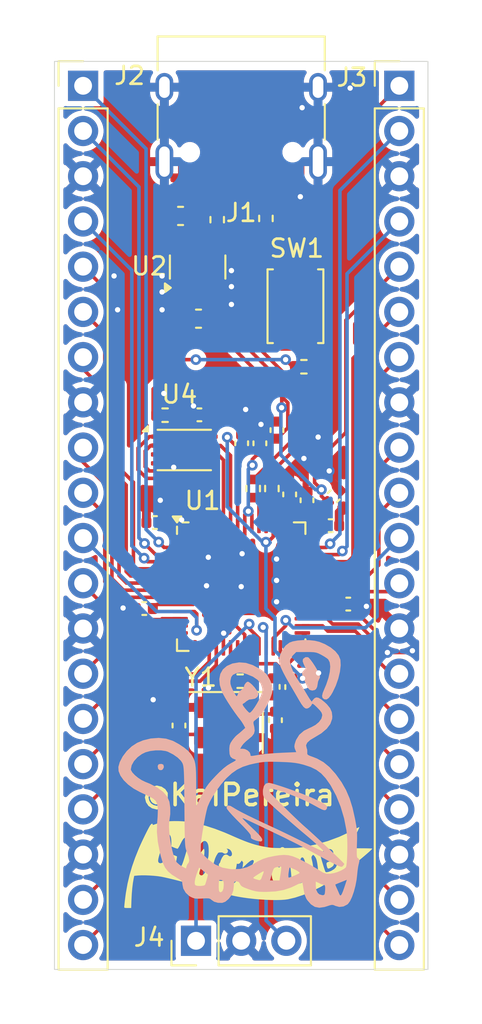
<source format=kicad_pcb>
(kicad_pcb (version 20241229) (generator "pcbnew") (generator_version "9.0")
  (layers (0 "F.Cu" signal) (2 "B.Cu" signal) (13 "F.Paste" user) (15 "B.Paste" user) (5 "F.SilkS" user "F.Silkscreen") (7 "B.SilkS" user "B.Silkscreen") (1 "F.Mask" user) (3 "B.Mask" user) (25 "Edge.Cuts" user))
  (net 0 "")
  (net 1 "GND")
  (net 2 "+3V3")
  (net 3 "+1V1")
  (net 4 "VBUS")
  (net 5 "XIN")
  (net 6 "Net-(C16-Pad2)")
  (net 7 "Net-(J1-CC1)")
  (net 8 "Net-(J1-CC2)")
  (net 9 "GPIO12")
  (net 10 "GPIO6")
  (net 11 "GPIO11")
  (net 12 "GPIO8")
  (net 13 "GPIO1")
  (net 14 "GPIO13")
  (net 15 "GPIO3")
  (net 16 "GPIO5")
  (net 17 "GPIO0")
  (net 18 "GPIO9")
  (net 19 "GPIO2")
  (net 20 "GPIO10")
  (net 21 "GPIO7")
  (net 22 "GPIO4")
  (net 23 "GPIO15")
  (net 24 "GPIO14")
  (net 25 "GPIO29_ADC3")
  (net 26 "GPIO18")
  (net 27 "SWCLK")
  (net 28 "GPIO27_ADC1")
  (net 29 "GPIO28_ADC2")
  (net 30 "GPIO26_ADC0")
  (net 31 "GPIO19")
  (net 32 "GPIO21")
  (net 33 "GPIO17")
  (net 34 "GPIO22")
  (net 35 "GPIO16")
  (net 36 "GPIO20")
  (net 37 "RUN")
  (net 39 "GPIO23")
  (net 40 "GPIO24")
  (net 41 "SWD")
  (net 42 "Net-(U1-USB_DP)")
  (net 43 "Net-(U1-USB_DM)")
  (net 44 "XOUT")
  (net 45 "QSPI_SS")
  (net 46 "Net-(R6-Pad2)")
  (net 47 "QSPI_SCLK")
  (net 48 "QSPI_SD2")
  (net 49 "QSPI_SD1")
  (net 50 "QSPI_SD0")
  (net 51 "QSPI_SD3")
  (net 52 "USB_D+")
  (net 53 "USB_D-")
  (footprint "Capacitor_SMD:C_0402_1005Metric" (layer "F.Cu") (at 154.425 103.55 90)
    (property "Reference" "C6" (hide yes))
    (property "Value" "0.1uF")
  )
  (footprint "Capacitor_SMD:C_0402_1005Metric" (layer "F.Cu") (at 157.075 106.75 90)
    (property "Reference" "C5" (hide yes))
    (property "Value" "0.1uF")
  )
  (footprint "Capacitor_SMD:C_0603_1608Metric" (layer "F.Cu") (at 149.965 90.78 180)
    (property "Reference" "C13" (hide yes))
    (property "Value" "10uF")
  )
  (footprint "Capacitor_SMD:C_0402_1005Metric" (layer "F.Cu") (at 148.525 108 180)
    (property "Reference" "C4" (hide yes))
    (property "Value" "0.1uF")
  )
  (footprint "Capacitor_SMD:C_0402_1005Metric" (layer "F.Cu") (at 155.175 117.23 -90)
    (property "Reference" "C2" (hide yes))
    (property "Value" "0.1uF")
  )
  (footprint "Crystal:Crystal_SMD_3225-4Pin_3.2x2.5mm" (layer "F.Cu") (at 152.525 119.23 180)
    (property "Reference" "Y1")
    (property "Value" "12 MHz")
  )
  (footprint "Capacitor_SMD:C_0402_1005Metric" (layer "F.Cu") (at 158.575 106.525 45)
    (property "Reference" "C1" (hide yes))
    (property "Value" "1uF")
  )
  (footprint "Capacitor_SMD:C_0402_1005Metric" (layer "F.Cu") (at 155.385 102.81 90)
    (property "Reference" "C7" (hide yes))
    (property "Value" "0.1uF")
  )
  (footprint "Resistor_SMD:R_0402_1005Metric" (layer "F.Cu") (at 149.095 101.97)
    (property "Reference" "R7" (hide yes))
    (property "Value" "10K")
  )
  (footprint "Capacitor_SMD:C_0402_1005Metric" (layer "F.Cu") (at 149.875 119.4 -90)
    (property "Reference" "C15" (hide yes))
    (property "Value" "33pF")
  )
  (footprint "Resistor_SMD:R_0402_1005Metric" (layer "F.Cu") (at 156.9 99.25)
    (property "Reference" "R6" (hide yes))
    (property "Value" "1K")
  )
  (footprint "Capacitor_SMD:C_0402_1005Metric" (layer "F.Cu") (at 156.1 106.42 90)
    (property "Reference" "C11" (hide yes))
    (property "Value" "0.1uF")
  )
  (footprint "Capacitor_SMD:C_0402_1005Metric" (layer "F.Cu") (at 156.215 117.24 -90)
    (property "Reference" "C10" (hide yes))
    (property "Value" "1uF")
  )
  (footprint "LOGO" (layer "F.Cu") (at 153.8 127.2)
    (property "Reference" "G***")
    (property "Value" "LOGO" (hide yes))
  )
  (footprint "Button_Switch_SMD:SW_Push_SPST_NO_Alps_SKRK" (layer "F.Cu") (at 156.425 95.85 -90)
    (property "Reference" "SW1")
    (property "Value" "SW_Push")
  )
  (footprint "Connector_PinHeader_2.54mm:PinHeader_1x03_P2.54mm_Vertical" (layer "F.Cu") (at 150.835 131.49 90)
    (property "Reference" "J4")
    (property "Value" "Conn_01x03")
  )
  (footprint "Resistor_SMD:R_0402_1005Metric" (layer "F.Cu") (at 153.315 116.91 180)
    (property "Reference" "R5" (hide yes))
    (property "Value" "1K")
  )
  (footprint "Capacitor_SMD:C_0603_1608Metric" (layer "F.Cu") (at 150.975 96.55 180)
    (property "Reference" "C14" (hide yes))
    (property "Value" "10uF")
  )
  (footprint "Resistor_SMD:R_0402_1005Metric" (layer "F.Cu") (at 154.765 90.92 -90)
    (property "Reference" "R2" (hide yes))
    (property "Value" "5.1K")
  )
  (footprint "Resistor_SMD:R_0402_1005Metric" (layer "F.Cu") (at 154.05 106.09 -90)
    (property "Reference" "R3" (hide yes))
    (property "Value" "27" (hide yes))
  )
  (footprint "Package_DFN_QFN:QFN-56-1EP_7x7mm_P0.4mm_EP3.2x3.2mm" (layer "F.Cu") (at 153.375 111.6)
    (property "Reference" "U1")
    (property "Value" "RP2040")
  )
  (footprint "Connector_USB:USB_C_Receptacle_HRO_TYPE-C-31-M-12" (layer "F.Cu") (at 153.375 84.6 180)
    (property "Reference" "J1")
    (property "Value" "USB_C_Receptacle_USB2.0_14P")
  )
  (footprint "Capacitor_SMD:C_0402_1005Metric" (layer "F.Cu") (at 155.3 119.1 90)
    (property "Reference" "C16" (hide yes))
    (property "Value" "33pF")
  )
  (footprint "Capacitor_SMD:C_0402_1005Metric" (layer "F.Cu") (at 159.395 112.58)
    (property "Reference" "C9" (hide yes))
    (property "Value" "0.1uF")
  )
  (footprint "Connector_PinHeader_2.54mm:PinHeader_1x20_P2.54mm_Vertical" (layer "F.Cu") (at 162.265 83.47)
    (property "Reference" "J3")
    (property "Value" "Conn_01x20")
  )
  (footprint "Resistor_SMD:R_0402_1005Metric" (layer "F.Cu") (at 152.025 90.99 -90)
    (property "Reference" "R1" (hide yes))
    (property "Value" "5.1K")
  )
  (footprint "Capacitor_SMD:C_0402_1005Metric" (layer "F.Cu") (at 153.4 103.545 90)
    (property "Reference" "C12" (hide yes))
    (property "Value" "0.1uF")
  )
  (footprint "Capacitor_SMD:C_0402_1005Metric" (layer "F.Cu") (at 158.405 108.175)
    (property "Reference" "C8" (hide yes))
    (property "Value" "0.1uF")
  )
  (footprint "Resistor_SMD:R_0402_1005Metric" (layer "F.Cu") (at 155.1 106.09 -90)
    (property "Reference" "R4" (hide yes))
    (property "Value" "27")
  )
  (footprint "Capacitor_SMD:C_0402_1005Metric" (layer "F.Cu") (at 151.025 101.95 180)
    (property "Reference" "C17" (hide yes))
    (property "Value" "0.1uF")
  )
  (footprint "Connector_PinHeader_2.54mm:PinHeader_1x20_P2.54mm_Vertical" (layer "F.Cu") (at 144.485 83.47)
    (property "Reference" "J2")
    (property "Value" "Conn_01x20")
  )
  (footprint "Package_TO_SOT_SMD:SOT-23" (layer "F.Cu") (at 150.925 93.65 90)
    (property "Reference" "U2")
    (property "Value" "MCP1700x-330xxTT")
  )
  (footprint "Capacitor_SMD:C_0402_1005Metric" (layer "F.Cu") (at 147.925 112.83 180)
    (property "Reference" "C3" (hide yes))
    (property "Value" "0.1uF")
  )
  (footprint "Package_SON:Winbond_USON-8-1EP_3x2mm_P0.5mm_EP0.2x1.6mm" (layer "F.Cu") (at 150.175 103.925)
    (property "Reference" "U4")
    (property "Value" "W25Q16JVUXIQ TR")
  )
  (footprint "LOGO" (layer "B.Cu") (at 153.3 122.1 180)
    (property "Reference" "G***" (hide yes))
    (property "Value" "LOGO" (hide yes))
  )
  (gr_rect (start 142.875 82.1) (end 163.875 133.1) (stroke (width 0.05)) (fill no) (layer "Edge.Cuts"))
  (gr_text "@KaiPereira" (at 147.7 124 0) (layer "F.SilkS") (effects (font (size 1.2 1.2) (thickness 0.2) (bold yes)) (justify left bottom)))
  (segment (start 154.425 102.548472) (end 154.486736 102.486736) (width 0.2) (layer "F.Cu") (net 1))
  (segment (start 158.885 107.115) (end 158.885 108.175) (width 0.2) (layer "F.Cu") (net 1))
  (segment (start 162.9 115.3) (end 163 115.2) (width 0.2) (layer "F.Cu") (net 1))
  (segment (start 156.1 105.2) (end 156.9 104.4) (width 0.2) (layer "F.Cu") (net 1))
  (segment (start 156.43 106.27) (end 156.1 105.94) (width 0.2) (layer "F.Cu") (net 1))
  (segment (start 146.763008 112.83) (end 146.733008 112.8) (width 0.2) (layer "F.Cu") (net 1))
  (segment (start 156.625 88.645) (end 156.625 89.625) (width 0.2) (layer "F.Cu") (net 1))
  (segment (start 150.545 101.595446) (end 150.690446 101.45) (width 0.2) (layer "F.Cu") (net 1))
  (segment (start 154.425 103.07) (end 154.425 102.548472) (width 0.2) (layer "F.Cu") (net 1))
  (segment (start 148.045 107.53) (end 148.825 106.75) (width 0.2) (layer "F.Cu") (net 1))
  (segment (start 152.375 114.227581) (end 152.375 115.0375) (width 0.2) (layer "F.Cu") (net 1))
  (segment (start 155.185 117.72) (end 155.175 117.71) (width 0.2) (layer "F.Cu") (net 1))
  (segment (start 155.385 102.33) (end 155.165 102.33) (width 0.2) (layer "F.Cu") (net 1))
  (segment (start 159.875 112.58) (end 160.288559 112.58) (width 0.2) (layer "F.Cu") (net 1))
  (segment (start 158.914411 105.689411) (end 158.325 105.1) (width 0.2) (layer "F.Cu") (net 1))
  (segment (start 158.914411 106.185589) (end 158.914411 107.085589) (width 0.2) (layer "F.Cu") (net 1))
  (segment (start 148.045 108) (end 148.045 107.53) (width 0.2) (layer "F.Cu") (net 1))
  (segment (start 158.914411 107.085589) (end 158.885 107.115) (width 0.2) (layer "F.Cu") (net 1))
  (segment (start 157.075 104.575) (end 156.9 104.4) (width 0.2) (layer "F.Cu") (net 1))
  (segment (start 156.215 117.72) (end 155.185 117.72) (width 0.2) (layer "F.Cu") (net 1))
  (segment (start 155.165 102.33) (end 154.425 103.07) (width 0.2) (layer "F.Cu") (net 1))
  (segment (start 157.075 106.27) (end 156.43 106.27) (width 0.2) (layer "F.Cu") (net 1))
  (segment (start 154.425 103.07) (end 153.405 103.07) (width 0.2) (layer "F.Cu") (net 1))
  (segment (start 152.387649 114.214932) (end 152.375 114.227581) (width 0.2) (layer "F.Cu") (net 1))
  (segment (start 151.425 117.398527) (end 151.535 117.288527) (width 0.2) (layer "F.Cu") (net 1))
  (segment (start 160.288559 112.58) (end 160.415 112.706441) (width 0.2) (layer "F.Cu") (net 1))
  (segment (start 150.545 101.95) (end 150.545 101.595446) (width 0.2) (layer "F.Cu") (net 1))
  (segment (start 148.75 104.675) (end 149.35853 104.675) (width 0.2) (layer "F.Cu") (net 1))
  (segment (start 158.914411 106.185589) (end 158.914411 105.689411) (width 0.2) (layer "F.Cu") (net 1))
  (segment (start 153.405 103.07) (end 153.4 103.065) (width 0.2) (layer "F.Cu") (net 1))
  (segment (start 156.1 105.94) (end 156.1 105.2) (width 0.2) (layer "F.Cu") (net 1))
  (segment (start 162.265 113.95) (end 162.265 114.63) (width 0.2) (layer "F.Cu") (net 1))
  (segment (start 157.075 106.27) (end 157.075 104.575) (width 0.2) (layer "F.Cu") (net 1))
  (segment (start 161.595 115.3) (end 162.9 115.3) (width 0.2) (layer "F.Cu") (net 1))
  (segment (start 147.445 112.83) (end 146.763008 112.83) (width 0.2) (layer "F.Cu") (net 1))
  (segment (start 149.35853 104.675) (end 149.579265 104.895735) (width 0.2) (layer "F.Cu") (net 1))
  (segment (start 156.625 89.625) (end 156.7 89.7) (width 0.2) (layer "F.Cu") (net 1))
  (via (at 156.8 84.7) (size 0.6) (drill 0.3) (layers "F.Cu" "B.Cu") (net 1))
  (via (at 146.225 94.15) (size 0.6) (drill 0.3) (layers "F.Cu" "B.Cu") (net 1))
  (via (at 155.363561 112.45) (size 0.6) (drill 0.3) (layers "F.Cu" "B.Cu") (net 1))
  (via (at 151.535 117.288527) (size 0.6) (drill 0.3) (layers "F.Cu" "B.Cu") (net 1))
  (via (at 158.325 105.1) (size 0.6) (drill 0.3) (layers "F.Cu" "B.Cu") (net 1))
  (via (at 150.025 107.85) (size 0.6) (drill 0.3) (layers "F.Cu" "B.Cu") (net 1))
  (via (at 155.363561 111.25) (size 0.6) (drill 0.3) (layers "F.Cu" "B.Cu") (net 1))
  (via (at 153.625 101.65) (size 0.6) (drill 0.3) (layers "F.Cu" "B.Cu") (net 1))
  (via (at 148.825 106.75) (size 0.6) (drill 0.3) (layers "F.Cu" "B.Cu") (net 1))
  (via (at 157.725 116.45) (size 0.6) (drill 0.3) (layers "F.Cu" "B.Cu") (net 1))
  (via (at 160.415 112.706441) (size 0.6) (drill 0.3) (layers "F.Cu" "B.Cu") (net 1))
  (via (at 157.7 103.2) (size 0.6) (drill 0.3) (layers "F.Cu" "B.Cu") (net 1))
  (via (at 153.425 109.75) (size 0.6) (drill 0.3) (layers "F.Cu" "B.Cu") (net 1))
  (via (at 148.925 96.05) (size 0.6) (drill 0.3) (layers "F.Cu" "B.Cu") (net 1))
  (via (at 146.425 96.05) (size 0.6) (drill 0.3) (layers "F.Cu" "B.Cu") (net 1))
  (via (at 151.525 109.95) (size 0.6) (drill 0.3) (layers "F.Cu" "B.Cu") (net 1))
  (via (at 152.825 93.85) (size 0.6) (drill 0.3) (layers "F.Cu" "B.Cu") (net 1))
  (via (at 156.7 89.7) (size 0.6) (drill 0.3) (layers "F.Cu" "B.Cu") (net 1))
  (via (at 148.425 117.95) (size 0.6) (drill 0.3) (layers "F.Cu" "B.Cu") (net 1))
  (via (at 156.9 104.4) (size 0.6) (drill 0.3) (layers "F.Cu" "B.Cu") (net 1))
  (via (at 153.375 111.6) (size 0.6) (drill 0.3) (layers "F.Cu" "B.Cu") (net 1))
  (via (at 159.5 83.6) (size 0.6) (drill 0.3) (layers "F.Cu" "B.Cu") (net 1))
  (via (at 150.690446 101.45) (size 0.6) (drill 0.3) (layers "F.Cu" "B.Cu") (net 1))
  (via (at 152.825 95.75) (size 0.6) (drill 0.3) (layers "F.Cu" "B.Cu") (net 1))
  (via (at 154.486736 102.486736) (size 0.6) (drill 0.3) (layers "F.Cu" "B.Cu") (net 1))
  (via (at 148.925 94.15) (size 0.6) (drill 0.3) (layers "F.Cu" "B.Cu") (net 1))
  (via (at 152.387649 114.214932) (size 0.6) (drill 0.3) (layers "F.Cu" "B.Cu") (net 1))
  (via (at 149.025 100.75) (size 0.6) (drill 0.3) (layers "F.Cu" "B.Cu") (net 1))
  (via (at 148.925 95.05) (size 0.6) (drill 0.3) (layers "F.Cu" "B.Cu") (net 1))
  (via (at 163 115.2) (size 0.6) (drill 0.3) (layers "F.Cu" "B.Cu") (net 1))
  (via (at 146.733008 112.8) (size 0.6) (drill 0.3) (layers "F.Cu" "B.Cu") (net 1))
  (via (at 152.825 94.75) (size 0.6) (drill 0.3) (layers "F.Cu" "B.Cu") (net 1))
  (via (at 161.595 115.3) (size 0.6) (drill 0.3) (layers "F.Cu" "B.Cu") (net 1))
  (via (at 149.579265 104.895735) (size 0.6) (drill 0.3) (layers "F.Cu" "B.Cu") (net 1))
  (via (at 155.363561 110.05) (size 0.6) (drill 0.3) (layers "F.Cu" "B.Cu") (net 1))
  (via (at 151.425 111.55) (size 0.6) (drill 0.3) (layers "F.Cu" "B.Cu") (net 1))
  (segment (start 153.625 101.65) (end 153.65 101.65) (width 0.2) (layer "B.Cu") (net 1))
  (segment (start 153.65 101.65) (end 154.486736 102.486736) (width 0.2) (layer "B.Cu") (net 1))
  (segment (start 151.276 112.959242) (end 150.866758 112.55) (width 0.2) (layer "F.Cu") (net 2))
  (segment (start 149.005 108) (end 149.005 108.0675) (width 0.2) (layer "F.Cu") (net 2))
  (segment (start 150.725 112.55) (end 150.725 108.949) (width 0.2) (layer "F.Cu") (net 2))
  (segment (start 156.237439 112.6) (end 156.026 112.388561) (width 0.2) (layer "F.Cu") (net 2))
  (segment (start 157.6375 108.175) (end 156.8125 109) (width 0.2) (layer "F.Cu") (net 2))
  (segment (start 150.866758 112.55) (end 150.725 112.55) (width 0.2) (layer "F.Cu") (net 2))
  (segment (start 155.996 101.271) (end 155.655 100.93) (width 0.2) (layer "F.Cu") (net 2))
  (segment (start 156.8125 112.6) (end 156.237439 112.6) (width 0.2) (layer "F.Cu") (net 2))
  (segment (start 153.999387 104.455613) (end 154.425 104.03) (width 0.2) (layer "F.Cu") (net 2))
  (segment (start 151.276 113.201) (end 151.276 112.959242) (width 0.2) (layer "F.Cu") (net 2))
  (segment (start 155.575 108.1625) (end 156.1425 108.1625) (width 0.2) (layer "F.Cu") (net 2))
  (segment (start 149.005 108.0675) (end 149.9375 109) (width 0.2) (layer "F.Cu") (net 2))
  (segment (start 155.655 100.93) (end 155.3125 100.5875) (width 0.2) (layer "F.Cu") (net 2))
  (segment (start 151.75 97.025) (end 151.75 96.55) (width 0.2) (layer "F.Cu") (net 2))
  (segment (start 155.3125 100.812443) (end 155.3125 100.5875) (width 0.2) (layer "F.Cu") (net 2))
  (segment (start 156.1425 108.1625) (end 157.075 107.23) (width 0.2) (layer "F.Cu") (net 2))
  (segment (start 153.575 115.0375) (end 153.575 114.3) (width 0.2) (layer "F.Cu") (net 2))
  (segment (start 155.3125 100.5875) (end 151.75 97.025) (width 0.2) (layer "F.Cu") (net 2))
  (segment (start 157.686 105.94345) (end 157.5 105.75745) (width 0.2) (layer "F.Cu") (net 2))
  (segment (start 153.575 108.7) (end 153.326 108.949) (width 0.2) (layer "F.Cu") (net 2))
  (segment (start 153.575 108.1625) (end 153.575 108.7) (width 0.2) (layer "F.Cu") (net 2))
  (segment (start 149.9375 112.6) (end 148.635 112.6) (width 0.2) (layer "F.Cu") (net 2))
  (segment (start 150.725 108.949) (end 149.9885 108.949) (width 0.2) (layer "F.Cu") (net 2))
  (segment (start 158.235589 106.864411) (end 158.235589 107.864411) (width 0.2) (layer "F.Cu") (net 2))
  (segment (start 157.885 106.513822) (end 158.235589 106.864411) (width 0.2) (layer "F.Cu") (net 2))
  (segment (start 153.575 114.3) (end 152.776 113.501) (width 0.2) (layer "F.Cu") (net 2))
  (segment (start 153.326 108.949) (end 150.725 108.949) (width 0.2) (layer "F.Cu") (net 2))
  (segment (start 156.175 109) (end 156.8125 109) (width 0.2) (layer "F.Cu") (net 2))
  (segment (start 152.291 102.484) (end 153.640943 102.484) (width 0.2) (layer "F.Cu") (net 2))
  (segment (start 159.261 102.939) (end 159.261 96.634) (width 0.2) (layer "F.Cu") (net 2))
  (segment (start 154.104 116.289) (end 154.1069 116.289) (width 0.2) (layer "F.Cu") (net 2))
  (segment (start 157.885 106.153231) (end 157.686 105.954231) (width 0.2) (layer "F.Cu") (net 2))
  (segment (start 153.575 115.76) (end 153.795 115.98) (width 0.2) (layer "F.Cu") (net 2))
  (segment (start 158.895 112.6) (end 158.915 112.58) (width 0.2) (layer "F.Cu") (net 2))
  (segment (start 155.385 103.29) (end 155.996 102.679) (width 0.2) (layer "F.Cu") (net 2))
  (segment (start 153.640943 102.484) (end 155.3125 100.812443) (width 0.2) (layer "F.Cu") (net 2))
  (segment (start 155.655 101.54) (end 155.645 101.55) (width 0.2) (layer "F.Cu") (net 2))
  (segment (start 153.975 107.564082) (end 153.775 107.364082) (width 0.2) (layer "F.Cu") (net 2))
  (segment (start 151.505 101.95) (end 151.505 101.229105) (width 0.2) (layer "F.Cu") (net 2))
  (segment (start 153.575 115.0375) (end 153.575 115.76) (width 0.2) (layer "F.Cu") (net 2))
  (segment (start 151.875 94.5875) (end 151.875 96.425) (width 0.2) (layer "F.Cu") (net 2))
  (segment (start 152.776 113.501) (end 151.576 113.501) (width 0.2) (layer "F.Cu") (net 2))
  (segment (start 155.345 103.29) (end 155.165 103.29) (width 0.2) (layer "F.Cu") (net 2))
  (segment (start 155.175 116.75) (end 154.60534 116.75) (width 0.2) (layer "F.Cu") (net 2))
  (segment (start 151.505 103.08) (end 151.6 103.175) (width 0.2) (layer "F.Cu") (net 2))
  (segment (start 151.505 101.95) (end 151.505 103.08) (width 0.2) (layer "F.Cu") (net 2))
  (segment (start 157.885 106.153231) (end 157.885 106.513822) (width 0.2) (layer "F.Cu") (net 2))
  (segment (start 151.6 103.175) (end 152.291 102.484) (width 0.2) (layer "F.Cu") (net 2))
  (segment (start 156.026 112.388561) (end 156.026 109.149) (width 0.2) (layer "F.Cu") (net 2))
  (segment (start 155.165 103.29) (end 154.425 104.03) (width 0.2) (layer "F.Cu") (net 2))
  (segment (start 158.235589 106.864411) (end 157.440589 106.864411) (width 0.2) (layer "F.Cu") (net 2))
  (segment (start 151.576 113.501) (end 151.276 113.201) (width 0.2) (layer "F.Cu") (net 2))
  (segment (start 149.9375 112.6) (end 150.675 112.6) (width 0.2) (layer "F.Cu") (net 2))
  (segment (start 157.440589 106.864411) (end 157.075 107.23) (width 0.2) (layer "F.Cu") (net 2))
  (segment (start 153.575 107.564082) (end 153.775 107.364082) (width 0.2) (layer "F.Cu") (net 2))
  (segment (start 151.875 96.425) (end 151.75 96.55) (width 0.2) (layer "F.Cu") (net 2))
  (segment (start 157.5 105.75745) (end 157.5 104.7) (width 0.2) (layer "F.Cu") (net 2))
  (segment (start 149.9885 108.949) (end 149.9375 109) (width 0.2) (layer "F.Cu") (net 2))
  (segment (start 151.125895 100.85) (end 150.255 100.85) (width 0.2) (layer "F.Cu") (net 2))
  (segment (start 157.686 105.954231) (end 157.686 105.94345) (width 0.2) (layer "F.Cu") (net 2))
  (segment (start 153.795 115.98) (end 154.104 116.289) (width 0.2) (layer "F.Cu") (net 2))
  (segment (start 154.60534 116.75) (end 154.18634 116.331) (width 0.2) (layer "F.Cu") (net 2))
  (segment (start 150.255 100.85) (end 149.605 101.5) (width 0.2) (layer "F.Cu") (net 2))
  (segment (start 155.655 100.93) (end 155.655 101.54) (width 0.2) (layer "F.Cu") (net 2))
  (segment (start 158.235589 107.864411) (end 157.925 108.175) (width 0.2) (layer "F.Cu") (net 2))
  (segment (start 156.8125 112.6) (end 158.895 112.6) (width 0.2) (layer "F.Cu") (net 2))
  (segment (start 150.675 112.6) (end 150.725 112.55) (width 0.2) (layer "F.Cu") (net 2))
  (segment (start 148.635 112.6) (end 148.405 112.83) (width 0.2) (layer "F.Cu") (net 2))
  (segment (start 153.999387 104.782083) (end 153.999387 104.455613) (width 0.2) (layer "F.Cu") (net 2))
  (segment (start 157.5 104.7) (end 159.261 102.939) (width 0.2) (layer "F.Cu") (net 2))
  (segment (start 156.026 109.149) (end 156.175 109) (width 0.2) (layer "F.Cu") (net 2))
  (segment (start 149.605 101.5) (end 149.605 101.97) (width 0.2) (layer "F.Cu") (net 2))
  (segment (start 153.575 108.1625) (end 153.575 107.564082) (width 0.2) (layer "F.Cu") (net 2))
  (segment (start 155.996 102.679) (end 155.996 101.271) (width 0.2) (layer "F.Cu") (net 2))
  (segment (start 159.261 96.634) (end 162.265 93.63) (width 0.2) (layer "F.Cu") (net 2))
  (segment (start 157.925 108.175) (end 157.6375 108.175) (width 0.2) (layer "F.Cu") (net 2))
  (segment (start 151.505 101.229105) (end 151.125895 100.85) (width 0.2) (layer "F.Cu") (net 2))
  (segment (start 153.975 108.1625) (end 153.975 107.564082) (width 0.2) (layer "F.Cu") (net 2))
  (via (at 157.885 106.153231) (size 0.6) (drill 0.3) (layers "F.Cu" "B.Cu") (net 2))
  (via (at 153.775 107.364082) (size 0.6) (drill 0.3) (layers "F.Cu" "B.Cu") (net 2))
  (via (at 155.645 101.55) (size 0.6) (drill 0.3) (layers "F.Cu" "B.Cu") (net 2))
  (via (at 153.999387 104.782083) (size 0.6) (drill 0.3) (layers "F.Cu" "B.Cu") (net 2))
  (segment (start 155.605 104.205) (end 157.553231 106.153231) (width 0.2) (layer "B.Cu") (net 2))
  (segment (start 155.645 101.55) (end 155.605 101.59) (width 0.2) (layer "B.Cu") (net 2))
  (segment (start 155.605 101.59) (end 155.605 104.205) (width 0.2) (layer "B.Cu") (net 2))
  (segment (start 153.775 105.00647) (end 153.999387 104.782083) (width 0.2) (layer "B.Cu") (net 2))
  (segment (start 157.553231 106.153231) (end 157.885 106.153231) (width 0.2) (layer "B.Cu") (net 2))
  (segment (start 153.775 107.364082) (end 153.775 105.00647) (width 0.2) (layer "B.Cu") (net 2))
  (segment (start 156.815 116.76) (end 156.825 116.75) (width 0.2) (layer "F.Cu") (net 3))
  (segment (start 156.1579 116.76) (end 156.215 116.76) (width 0.2) (layer "F.Cu") (net 3))
  (segment (start 153.975 115.59) (end 154.315 115.93) (width 0.2) (layer "F.Cu") (net 3))
  (segment (start 155.175 107.59) (end 155.865 106.9) (width 0.2) (layer "F.Cu") (net 3))
  (segment (start 155.175 108.1625) (end 155.175 107.59) (width 0.2) (layer "F.Cu") (net 3))
  (segment (start 155.175 108.1625) (end 155.175 108.8) (width 0.2) (layer "F.Cu") (net 3))
  (segment (start 155.865 106.9) (end 156.1 106.9) (width 0.2) (layer "F.Cu") (net 3))
  (segment (start 155.3279 115.93) (end 156.1579 116.76) (width 0.2) (layer "F.Cu") (net 3))
  (segment (start 155.175 108.8) (end 154.875 109.1) (width 0.2) (layer "F.Cu") (net 3))
  (segment (start 153.4 104.025) (end 153.4 104.017589) (width 0.2) (layer "F.Cu") (net 3))
  (segment (start 154.875 109.1) (end 154.763561 109.1) (width 0.2) (layer "F.Cu") (net 3))
  (segment (start 153.175 104.25) (end 153.4 104.025) (width 0.2) (layer "F.Cu") (net 3))
  (segment (start 156.215 116.76) (end 156.815 116.76) (width 0.2) (layer "F.Cu") (net 3))
  (segment (start 153.975 115.0375) (end 153.975 115.59) (width 0.2) (layer "F.Cu") (net 3))
  (segment (start 154.315 115.93) (end 155.3279 115.93) (width 0.2) (layer "F.Cu") (net 3))
  (segment (start 153.4 104.017589) (end 152.590002 103.207591) (width 0.2) (layer "F.Cu") (net 3))
  (segment (start 153.175 108.1625) (end 153.175 104.25) (width 0.2) (layer "F.Cu") (net 3))
  (via (at 154.763561 109.1) (size 0.6) (drill 0.3) (layers "F.Cu" "B.Cu") (net 3))
  (via (at 152.590002 103.207591) (size 0.6) (drill 0.3) (layers "F.Cu" "B.Cu") (net 3))
  (via (at 156.825 116.75) (size 0.6) (drill 0.3) (layers "F.Cu" "B.Cu") (net 3))
  (segment (start 156.825 116.75) (end 155.27518 115.20018) (width 0.2) (layer "B.Cu") (net 3))
  (segment (start 152.675 107.2) (end 154.725 109.25) (width 0.2) (layer "B.Cu") (net 3))
  (segment (start 152.590002 107.115002) (end 152.675 107.2) (width 0.2) (layer "B.Cu") (net 3))
  (segment (start 155.27518 113.350123) (end 154.763561 112.838504) (width 0.2) (layer "B.Cu") (net 3))
  (segment (start 152.675 107.2) (end 154.575 109.1) (width 0.2) (layer "B.Cu") (net 3))
  (segment (start 154.763561 112.838504) (end 154.763561 109.1) (width 0.2) (layer "B.Cu") (net 3))
  (segment (start 152.590002 103.207591) (end 152.590002 107.115002) (width 0.2) (layer "B.Cu") (net 3))
  (segment (start 155.27518 115.20018) (end 155.27518 113.350123) (width 0.2) (layer "B.Cu") (net 3))
  (segment (start 154.875057 109.25) (end 155.000029 109.125028) (width 0.2) (layer "B.Cu") (net 3))
  (segment (start 154.575 109.1) (end 154.763561 109.1) (width 0.2) (layer "B.Cu") (net 3))
  (segment (start 154.725 109.25) (end 154.875057 109.25) (width 0.2) (layer "B.Cu") (net 3))
  (segment (start 150.925 89.32) (end 150.74 89.505) (width 0.2) (layer "F.Cu") (net 4))
  (segment (start 150.925 87.72) (end 150.925 88.645) (width 0.2) (layer "F.Cu") (net 4))
  (segment (start 150.74 92.5275) (end 150.925 92.7125) (width 0.2) (layer "F.Cu") (net 4))
  (segment (start 150.925 88.645) (end 150.925 89.32) (width 0.2) (layer "F.Cu") (net 4))
  (segment (start 157.649992 84.859) (end 160.876 84.859) (width 0.2) (layer "F.Cu") (net 4))
  (segment (start 150.74 90.78) (end 150.74 92.5275) (width 0.2) (layer "F.Cu") (net 4))
  (segment (start 155.589 88.409) (end 155.589 86.919992) (width 0.2) (layer "F.Cu") (net 4))
  (segment (start 155.825 88.645) (end 155.589 88.409) (width 0.2) (layer "F.Cu") (net 4))
  (segment (start 151.725008 86.919992) (end 150.925 87.72) (width 0.2) (layer "F.Cu") (net 4))
  (segment (start 155.589 86.919992) (end 151.725008 86.919992) (width 0.2) (layer "F.Cu") (net 4))
  (segment (start 160.876 84.859) (end 162.265 83.47) (width 0.2) (layer "F.Cu") (net 4))
  (segment (start 150.74 89.505) (end 150.74 90.78) (width 0.2) (layer "F.Cu") (net 4))
  (segment (start 155.589 86.919992) (end 157.649992 84.859) (width 0.2) (layer "F.Cu") (net 4))
  (segment (start 152.426 117.79484) (end 152.426 118.96516) (width 0.2) (layer "F.Cu") (net 5))
  (segment (start 150.065 119.9) (end 151.245 119.9) (width 0.2) (layer "F.Cu") (net 5))
  (segment (start 152.135 116.48) (end 152.135 117.50384) (width 0.2) (layer "F.Cu") (net 5))
  (segment (start 152.426 118.96516) (end 152.135 119.25616) (width 0.2) (layer "F.Cu") (net 5))
  (segment (start 152.135 117.50384) (end 152.426 117.79484) (width 0.2) (layer "F.Cu") (net 5))
  (segment (start 152.135 119.37) (end 151.425 120.08) (width 0.2) (layer "F.Cu") (net 5))
  (segment (start 152.135 119.25616) (end 152.135 119.37) (width 0.2) (layer "F.Cu") (net 5))
  (segment (start 149.875 119.71) (end 150.065 119.9) (width 0.2) (layer "F.Cu") (net 5))
  (segment (start 151.245 119.9) (end 151.425 120.08) (width 0.2) (layer "F.Cu") (net 5))
  (segment (start 152.775 115.84) (end 152.135 116.48) (width 0.2) (layer "F.Cu") (net 5))
  (segment (start 152.775 115.0375) (end 152.775 115.84) (width 0.2) (layer "F.Cu") (net 5))
  (segment (start 153.825 116.91) (end 153.825 118.18) (width 0.2) (layer "F.Cu") (net 6))
  (segment (start 153.995 118.75) (end 153.625 118.38) (width 0.2) (layer "F.Cu") (net 6))
  (segment (start 155.175 118.75) (end 153.995 118.75) (width 0.2) (layer "F.Cu") (net 6))
  (segment (start 153.825 118.18) (end 153.625 118.38) (width 0.2) (layer "F.Cu") (net 6))
  (segment (start 154.625 90.27) (end 154.765 90.41) (width 0.2) (layer "F.Cu") (net 7))
  (segment (start 154.625 88.645) (end 154.625 90.27) (width 0.2) (layer "F.Cu") (net 7))
  (segment (start 151.625 88.645) (end 151.625 90.08) (width 0.2) (layer "F.Cu") (net 8))
  (segment (start 151.625 90.08) (end 152.025 90.48) (width 0.2) (layer "F.Cu") (net 8))
  (segment (start 150.775 115.0375) (end 150.3995 114.662) (width 0.2) (layer "F.Cu") (net 9))
  (segment (start 150.3995 114.662) (end 147.4472 114.662) (width 0.2) (layer "F.Cu") (net 9))
  (segment (start 146.32455 115.78465) (end 146.32455 119.73045) (width 0.2) (layer "F.Cu") (net 9))
  (segment (start 146.32455 119.73045) (end 144.485 121.57) (width 0.2) (layer "F.Cu") (net 9))
  (segment (start 147.4472 114.662) (end 146.32455 115.78465) (width 0.2) (layer "F.Cu") (net 9))
  (segment (start 144.485 104.61) (end 144.485 103.79) (width 0.2) (layer "F.Cu") (net 10))
  (segment (start 146.106 106.231) (end 144.485 104.61) (width 0.2) (layer "F.Cu") (net 10))
  (segment (start 146.106 111.151) (end 146.106 106.231) (width 0.2) (layer "F.Cu") (net 10))
  (segment (start 149.9375 111.8) (end 146.755 111.8) (width 0.2) (layer "F.Cu") (net 10))
  (segment (start 146.755 111.8) (end 146.106 111.151) (width 0.2) (layer "F.Cu") (net 10))
  (segment (start 149.9375 114.2) (end 149.2921 114.2) (width 0.2) (layer "F.Cu") (net 11))
  (segment (start 145.92355 117.59145) (end 144.485 119.03) (width 0.2) (layer "F.Cu") (net 11))
  (segment (start 145.92355 115.61855) (end 145.92355 117.59145) (width 0.2) (layer "F.Cu") (net 11))
  (segment (start 149.2311 114.261) (end 147.2811 114.261) (width 0.2) (layer "F.Cu") (net 11))
  (segment (start 149.2921 114.2) (end 149.2311 114.261) (width 0.2) (layer "F.Cu") (net 11))
  (segment (start 147.2811 114.261) (end 145.92355 115.61855) (width 0.2) (layer "F.Cu") (net 11))
  (segment (start 150.875 113.125342) (end 150.749658 113) (width 0.2) (layer "F.Cu") (net 12))
  (segment (start 150.875 114.042096) (end 150.875 113.125342) (width 0.2) (layer "F.Cu") (net 12))
  (segment (start 150.749658 113) (end 149.9375 113) (width 0.2) (layer "F.Cu") (net 12))
  (segment (start 150.866075 114.051021) (end 150.875 114.042096) (width 0.2) (layer "F.Cu") (net 12))
  (via (at 150.866075 114.051021) (size 0.6) (drill 0.3) (layers "F.Cu" "B.Cu") (net 12))
  (segment (start 150.866075 113.344741) (end 150.518641 112.997307) (width 0.2) (layer "B.Cu") (net 12))
  (segment (start 148.612307 112.997307) (end 144.485 108.87) (width 0.2) (layer "B.Cu") (net 12))
  (segment (start 150.866075 114.051021) (end 150.866075 113.344741) (width 0.2) (layer "B.Cu") (net 12))
  (segment (start 150.518641 112.997307) (end 148.612307 112.997307) (width 0.2) (layer "B.Cu") (net 12))
  (segment (start 149.9375 109.8) (end 148.563529 109.8) (width 0.2) (layer "F.Cu") (net 13))
  (segment (start 148.563529 109.8) (end 147.939263 109.175734) (width 0.2) (layer "F.Cu") (net 13))
  (via (at 147.939263 109.175734) (size 0.6) (drill 0.3) (layers "F.Cu" "B.Cu") (net 13))
  (segment (start 147.625 108.861471) (end 147.625 89.15) (width 0.2) (layer "B.Cu") (net 13))
  (segment (start 147.939263 109.175734) (end 147.625 108.861471) (width 0.2) (layer "B.Cu") (net 13))
  (segment (start 147.625 89.15) (end 144.485 86.01) (width 0.2) (layer "B.Cu") (net 13))
  (segment (start 146.72555 121.86945) (end 144.485 124.11) (width 0.2) (layer "F.Cu") (net 14))
  (segment (start 146.72555 116.64945) (end 146.72555 121.86945) (width 0.2) (layer "F.Cu") (net 14))
  (segment (start 151.175 115.59) (end 150.655 116.11) (width 0.2) (layer "F.Cu") (net 14))
  (segment (start 147.265 116.11) (end 146.72555 116.64945) (width 0.2) (layer "F.Cu") (net 14))
  (segment (start 150.655 116.11) (end 147.265 116.11) (width 0.2) (layer "F.Cu") (net 14))
  (segment (start 151.175 115.0375) (end 151.175 115.59) (width 0.2) (layer "F.Cu") (net 14))
  (segment (start 146.547 104.9707) (end 146.547 100.3078) (width 0.2) (layer "F.Cu") (net 15))
  (segment (start 145.76355 94.90855) (end 144.485 93.63) (width 0.2) (layer "F.Cu") (net 15))
  (segment (start 145.76355 96.88145) (end 145.76355 94.90855) (width 0.2) (layer "F.Cu") (net 15))
  (segment (start 146.1626 97.2805) (end 145.76355 96.88145) (width 0.2) (layer "F.Cu") (net 15))
  (segment (start 149.9375 110.6) (end 147.415 110.6) (width 0.2) (layer "F.Cu") (net 15))
  (segment (start 147.415 110.6) (end 147.315 110.5) (width 0.2) (layer "F.Cu") (net 15))
  (segment (start 146.547 100.3078) (end 146.1626 99.9234) (width 0.2) (layer "F.Cu") (net 15))
  (segment (start 146.1626 99.9234) (end 146.1626 97.2805) (width 0.2) (layer "F.Cu") (net 15))
  (segment (start 147.315 110.5) (end 147.315 105.7387) (width 0.2) (layer "F.Cu") (net 15))
  (segment (start 147.315 105.7387) (end 146.547 104.9707) (width 0.2) (layer "F.Cu") (net 15))
  (segment (start 146.507 106.0649) (end 145.745 105.3029) (width 0.2) (layer "F.Cu") (net 16))
  (segment (start 144.485 99.38) (end 144.485 98.71) (width 0.2) (layer "F.Cu") (net 16))
  (segment (start 146.507 110.982) (end 146.507 106.0649) (width 0.2) (layer "F.Cu") (net 16))
  (segment (start 145.745 100.64) (end 144.485 99.38) (width 0.2) (layer "F.Cu") (net 16))
  (segment (start 145.745 105.3029) (end 145.745 100.64) (width 0.2) (layer "F.Cu") (net 16))
  (segment (start 146.925 111.4) (end 146.507 110.982) (width 0.2) (layer "F.Cu") (net 16))
  (segment (start 149.9375 111.4) (end 146.925 111.4) (width 0.2) (layer "F.Cu") (net 16))
  (segment (start 149.9375 109.4) (end 149.041315 109.4) (width 0.2) (layer "F.Cu") (net 17))
  (segment (start 149.041315 109.4) (end 148.735053 109.093738) (width 0.2) (layer "F.Cu") (net 17))
  (via (at 148.735053 109.093738) (size 0.6) (drill 0.3) (layers "F.Cu" "B.Cu") (net 17))
  (segment (start 148.026 87.011) (end 144.485 83.47) (width 0.2) (layer "B.Cu") (net 17))
  (segment (start 148.735053 109.093738) (end 148.026 108.384685) (width 0.2) (layer "B.Cu") (net 17))
  (segment (start 148.026 108.384685) (end 148.026 87.011) (width 0.2) (layer "B.Cu") (net 17))
  (segment (start 144.485 111.48755) (end 144.485 111.41) (width 0.2) (layer "F.Cu") (net 18))
  (segment (start 148.925 113.4) (end 148.874 113.451) (width 0.2) (layer "F.Cu") (net 18))
  (segment (start 149.9375 113.4) (end 148.925 113.4) (width 0.2) (layer "F.Cu") (net 18))
  (segment (start 146.44845 113.451) (end 144.485 111.48755) (width 0.2) (layer "F.Cu") (net 18))
  (segment (start 148.874 113.451) (end 146.44845 113.451) (width 0.2) (layer "F.Cu") (net 18))
  (segment (start 149.9375 110.2) (end 148.115 110.2) (width 0.2) (layer "F.Cu") (net 19))
  (segment (start 148.115 110.2) (end 147.915 110) (width 0.2) (layer "F.Cu") (net 19))
  (via (at 147.915 110) (size 0.6) (drill 0.3) (layers "F.Cu" "B.Cu") (net 19))
  (segment (start 147.224 109.309) (end 147.224 93.829) (width 0.2) (layer "B.Cu") (net 19))
  (segment (start 147.224 93.829) (end 144.485 91.09) (width 0.2) (layer "B.Cu") (net 19))
  (segment (start 147.915 110) (end 147.224 109.309) (width 0.2) (layer "B.Cu") (net 19))
  (segment (start 149.065 113.86) (end 147.115 113.86) (width 0.2) (layer "F.Cu") (net 20))
  (segment (start 149.9375 113.8) (end 149.125 113.8) (width 0.2) (layer "F.Cu") (net 20))
  (segment (start 149.125 113.8) (end 149.065 113.86) (width 0.2) (layer "F.Cu") (net 20))
  (segment (start 147.115 113.86) (end 144.485 116.49) (width 0.2) (layer "F.Cu") (net 20))
  (segment (start 145.705 107.55) (end 144.485 106.33) (width 0.2) (layer "F.Cu") (net 21))
  (segment (start 145.705 111.32) (end 145.705 107.55) (width 0.2) (layer "F.Cu") (net 21))
  (segment (start 146.585 112.2) (end 145.705 111.32) (width 0.2) (layer "F.Cu") (net 21))
  (segment (start 149.9375 112.2) (end 146.585 112.2) (width 0.2) (layer "F.Cu") (net 21))
  (segment (start 146.146 100.4739) (end 145.705 100.0329) (width 0.2) (layer "F.Cu") (net 22))
  (segment (start 145.705 100.0329) (end 145.705 97.39) (width 0.2) (layer "F.Cu") (net 22))
  (segment (start 146.146 105.1368) (end 146.146 100.4739) (width 0.2) (layer "F.Cu") (net 22))
  (segment (start 146.908 110.753) (end 146.908 105.8988) (width 0.2) (layer "F.Cu") (net 22))
  (segment (start 146.908 105.8988) (end 146.146 105.1368) (width 0.2) (layer "F.Cu") (net 22))
  (segment (start 149.9375 111) (end 147.155 111) (width 0.2) (layer "F.Cu") (net 22))
  (segment (start 147.155 111) (end 146.908 110.753) (width 0.2) (layer "F.Cu") (net 22))
  (segment (start 145.705 97.39) (end 144.485 96.17) (width 0.2) (layer "F.Cu") (net 22))
  (segment (start 147.52755 117.03745) (end 147.52755 128.68745) (width 0.2) (layer "F.Cu") (net 23))
  (segment (start 147.653 116.912) (end 147.52755 117.03745) (width 0.2) (layer "F.Cu") (net 23))
  (segment (start 147.52755 128.68745) (end 144.485 131.73) (width 0.2) (layer "F.Cu") (net 23))
  (segment (start 151.975 116) (end 151.063 116.912) (width 0.2) (layer "F.Cu") (net 23))
  (segment (start 151.975 115.0375) (end 151.975 116) (width 0.2) (layer "F.Cu") (net 23))
  (segment (start 151.063 116.912) (end 147.653 116.912) (width 0.2) (layer "F.Cu") (net 23))
  (segment (start 147.12655 116.81555) (end 147.12655 126.54845) (width 0.2) (layer "F.Cu") (net 24))
  (segment (start 151.575 115.0375) (end 151.575 115.82) (width 0.2) (layer "F.Cu") (net 24))
  (segment (start 147.12655 126.54845) (end 144.485 129.19) (width 0.2) (layer "F.Cu") (net 24))
  (segment (start 147.4311 116.511) (end 147.12655 116.81555) (width 0.2) (layer "F.Cu") (net 24))
  (segment (start 151.575 115.82) (end 150.884 116.511) (width 0.2) (layer "F.Cu") (net 24))
  (segment (start 150.884 116.511) (end 147.4311 116.511) (width 0.2) (layer "F.Cu") (net 24))
  (segment (start 158.166285 109.4) (end 158.373236 109.193049) (width 0.2) (layer "F.Cu") (net 25))
  (segment (start 156.8125 109.4) (end 158.166285 109.4) (width 0.2) (layer "F.Cu") (net 25))
  (via (at 158.373236 109.193049) (size 0.6) (drill 0.3) (layers "F.Cu" "B.Cu") (net 25))
  (segment (start 158.373236 109.193049) (end 158.925 108.641285) (width 0.2) (layer "B.Cu") (net 25))
  (segment (start 158.925 108.641285) (end 158.925 89.35) (width 0.2) (layer "B.Cu") (net 25))
  (segment (start 158.925 89.35) (end 162.265 86.01) (width 0.2) (layer "B.Cu") (net 25))
  (segment (start 159.6267 114.503) (end 159.792 114.6683) (width 0.2) (layer "F.Cu") (net 26))
  (segment (start 159.792 121.637) (end 162.265 124.11) (width 0.2) (layer "F.Cu") (net 26))
  (segment (start 159.792 114.6683) (end 159.792 115.2) (width 0.2) (layer "F.Cu") (net 26))
  (segment (start 159.575 114.503) (end 159.6267 114.503) (width 0.2) (layer "F.Cu") (net 26))
  (segment (start 157.1155 114.503) (end 159.575 114.503) (width 0.2) (layer "F.Cu") (net 26))
  (segment (start 159.792 115.2) (end 159.792 121.637) (width 0.2) (layer "F.Cu") (net 26))
  (segment (start 156.8125 114.2) (end 157.1155 114.503) (width 0.2) (layer "F.Cu") (net 26))
  (segment (start 154.375 115.0375) (end 154.375 114.5) (width 0.2) (layer "F.Cu") (net 27))
  (segment (start 153.823528 113.948528) (end 153.823528 113.699999) (width 0.2) (layer "F.Cu") (net 27))
  (segment (start 154.375 114.5) (end 153.823528 113.948528) (width 0.2) (layer "F.Cu") (net 27))
  (via (at 153.823528 113.699999) (size 0.6) (drill 0.3) (layers "F.Cu" "B.Cu") (net 27))
  (segment (start 150.835 116.688527) (end 150.835 131.49) (width 0.2) (layer "B.Cu") (net 27))
  (segment (start 153.823528 113.699999) (end 150.835 116.688527) (width 0.2) (layer "B.Cu") (net 27))
  (segment (start 156.8125 110.2) (end 159.375 110.2) (width 0.2) (layer "F.Cu") (net 28))
  (segment (start 159.375 110.2) (end 159.662 109.913) (width 0.2) (layer "F.Cu") (net 28))
  (segment (start 159.662 109.913) (end 159.662 98.773) (width 0.2) (layer "F.Cu") (net 28))
  (segment (start 159.662 98.773) (end 162.265 96.17) (width 0.2) (layer "F.Cu") (net 28))
  (segment (start 156.8125 109.8) (end 158.862 109.8) (width 0.2) (layer "F.Cu") (net 29))
  (segment (start 158.862 109.8) (end 159.062 109.6) (width 0.2) (layer "F.Cu") (net 29))
  (via (at 159.062 109.6) (size 0.6) (drill 0.3) (layers "F.Cu" "B.Cu") (net 29))
  (segment (start 159.062 109.6) (end 159.325 109.337) (width 0.2) (layer "B.Cu") (net 29))
  (segment (start 159.325 109.337) (end 159.325 94.03) (width 0.2) (layer "B.Cu") (net 29))
  (segment (start 159.325 94.03) (end 162.265 91.09) (width 0.2) (layer "B.Cu") (net 29))
  (segment (start 159.763 110.6) (end 160.063 110.3) (width 0.2) (layer "F.Cu") (net 30))
  (segment (start 156.8125 110.6) (end 159.763 110.6) (width 0.2) (layer "F.Cu") (net 30))
  (segment (start 160.063 110.3) (end 160.063 100.912) (width 0.2) (layer "F.Cu") (net 30))
  (segment (start 160.063 100.912) (end 162.265 98.71) (width 0.2) (layer "F.Cu") (net 30))
  (segment (start 160.193 114.5022) (end 160.193 119.498) (width 0.2) (layer "F.Cu") (net 31))
  (segment (start 158.247 114.102) (end 159.7928 114.102) (width 0.2) (layer "F.Cu") (net 31))
  (segment (start 156.8125 113.8) (end 157.945 113.8) (width 0.2) (layer "F.Cu") (net 31))
  (segment (start 160.193 119.498) (end 162.265 121.57) (width 0.2) (layer "F.Cu") (net 31))
  (segment (start 159.7928 114.102) (end 160.193 114.5022) (width 0.2) (layer "F.Cu") (net 31))
  (segment (start 157.945 113.8) (end 158.247 114.102) (width 0.2) (layer "F.Cu") (net 31))
  (segment (start 158.39745 113) (end 158.69745 113.3) (width 0.2) (layer "F.Cu") (net 32))
  (segment (start 156.8125 113) (end 158.39745 113) (width 0.2) (layer "F.Cu") (net 32))
  (segment (start 160.125 113.3) (end 160.995 114.17) (width 0.2) (layer "F.Cu") (net 32))
  (segment (start 158.69745 113.3) (end 160.125 113.3) (width 0.2) (layer "F.Cu") (net 32))
  (segment (start 160.995 115.695) (end 161.79 116.49) (width 0.2) (layer "F.Cu") (net 32))
  (segment (start 160.995 114.17) (end 160.995 115.695) (width 0.2) (layer "F.Cu") (net 32))
  (segment (start 161.79 116.49) (end 162.265 116.49) (width 0.2) (layer "F.Cu") (net 32))
  (segment (start 159.239 114.904) (end 159.391 115.056) (width 0.2) (layer "F.Cu") (net 33))
  (segment (start 159.391 115.056) (end 159.391 126.316) (width 0.2) (layer "F.Cu") (net 33))
  (segment (start 155.975 115.0375) (end 156.1085 114.904) (width 0.2) (layer "F.Cu") (net 33))
  (segment (start 156.1085 114.904) (end 159.239 114.904) (width 0.2) (layer "F.Cu") (net 33))
  (segment (start 159.391 126.316) (end 162.265 129.19) (width 0.2) (layer "F.Cu") (net 33))
  (segment (start 158.235 111.88) (end 161.795 111.88) (width 0.2) (layer "F.Cu") (net 34))
  (segment (start 156.8125 112.2) (end 157.915 112.2) (width 0.2) (layer "F.Cu") (net 34))
  (segment (start 161.795 111.88) (end 162.265 111.41) (width 0.2) (layer "F.Cu") (net 34))
  (segment (start 157.915 112.2) (end 158.235 111.88) (width 0.2) (layer "F.Cu") (net 34))
  (segment (start 155.575 115.0375) (end 155.575 115.61) (width 0.2) (layer "F.Cu") (net 35))
  (segment (start 158.825 115.305) (end 158.99 115.47) (width 0.2) (layer "F.Cu") (net 35))
  (segment (start 155.575 115.61) (end 155.825 115.86) (width 0.2) (layer "F.Cu") (net 35))
  (segment (start 155.825 115.86) (end 156.087774 115.86) (width 0.2) (layer "F.Cu") (net 35))
  (segment (start 156.642774 115.305) (end 158.825 115.305) (width 0.2) (layer "F.Cu") (net 35))
  (segment (start 156.087774 115.86) (end 156.642774 115.305) (width 0.2) (layer "F.Cu") (net 35))
  (segment (start 158.99 115.47) (end 158.99 128.455) (width 0.2) (layer "F.Cu") (net 35))
  (segment (start 158.99 128.455) (end 162.265 131.73) (width 0.2) (layer "F.Cu") (net 35))
  (segment (start 159.9589 113.701) (end 160.594 114.3361) (width 0.2) (layer "F.Cu") (net 36))
  (segment (start 158.516 113.701) (end 159.9589 113.701) (width 0.2) (layer "F.Cu") (net 36))
  (segment (start 160.594 114.3361) (end 160.594 117.359) (width 0.2) (layer "F.Cu") (net 36))
  (segment (start 160.594 117.359) (end 162.265 119.03) (width 0.2) (layer "F.Cu") (net 36))
  (segment (start 158.215 113.4) (end 158.516 113.701) (width 0.2) (layer "F.Cu") (net 36))
  (segment (start 156.8125 113.4) (end 158.215 113.4) (width 0.2) (layer "F.Cu") (net 36))
  (segment (start 155.87618 113.79882) (end 155.175 114.5) (width 0.2) (layer "F.Cu") (net 37))
  (segment (start 155.175 114.5) (end 155.175 115.0375) (width 0.2) (layer "F.Cu") (net 37))
  (segment (start 155.87618 113.489257) (end 155.87618 113.79882) (width 0.2) (layer "F.Cu") (net 37))
  (via (at 155.87618 113.489257) (size 0.6) (drill 0.3) (layers "F.Cu" "B.Cu") (net 37))
  (segment (start 161.015 110.12) (end 162.265 108.87) (width 0.2) (layer "B.Cu") (net 37))
  (segment (start 161.015 113.27) (end 161.015 110.12) (width 0.2) (layer "B.Cu") (net 37))
  (segment (start 155.87618 113.489257) (end 156.296923 113.91) (width 0.2) (layer "B.Cu") (net 37))
  (segment (start 160.645 113.64) (end 161.015 113.27) (width 0.2) (layer "B.Cu") (net 37))
  (segment (start 160.635 113.64) (end 160.645 113.64) (width 0.2) (layer "B.Cu") (net 37))
  (segment (start 160.365 113.91) (end 160.635 113.64) (width 0.2) (layer "B.Cu") (net 37))
  (segment (start 156.296923 113.91) (end 160.365 113.91) (width 0.2) (layer "B.Cu") (net 37))
  (segment (start 161.114 107.481) (end 162.265 106.33) (width 0.2) (layer "F.Cu") (net 39))
  (segment (start 156.8125 111.8) (end 157.607 111.8) (width 0.2) (layer "F.Cu") (net 39))
  (segment (start 160.0952 111.402) (end 161.114 110.3832) (width 0.2) (layer "F.Cu") (net 39))
  (segment (start 161.114 110.3832) (end 161.114 107.481) (width 0.2) (layer "F.Cu") (net 39))
  (segment (start 158.005 111.402) (end 160.0952 111.402) (width 0.2) (layer "F.Cu") (net 39))
  (segment (start 157.607 111.8) (end 158.005 111.402) (width 0.2) (layer "F.Cu") (net 39))
  (segment (start 156.8125 111.4) (end 157.375 111.4) (width 0.2) (layer "F.Cu") (net 40))
  (segment (start 160.464 105.591) (end 162.265 103.79) (width 0.2) (layer "F.Cu") (net 40))
  (segment (start 160.464 110.4661) (end 160.464 105.591) (width 0.2) (layer "F.Cu") (net 40))
  (segment (start 157.375 111.4) (end 157.774 111.001) (width 0.2) (layer "F.Cu") (net 40))
  (segment (start 157.774 111.001) (end 159.9291 111.001) (width 0.2) (layer "F.Cu") (net 40))
  (segment (start 159.9291 111.001) (end 160.464 110.4661) (width 0.2) (layer "F.Cu") (net 40))
  (segment (start 154.775 114.05147) (end 154.775 115.0375) (width 0.2) (layer "F.Cu") (net 41))
  (segment (start 154.608101 113.884572) (end 154.775 114.05147) (width 0.2) (layer "F.Cu") (net 41))
  (via (at 154.608101 113.884572) (size 0.6) (drill 0.3) (layers "F.Cu" "B.Cu") (net 41))
  (segment (start 154.775417 130.350417) (end 155.915 131.49) (width 0.2) (layer "B.Cu") (net 41))
  (segment (start 154.775417 114.051888) (end 154.775417 130.350417) (width 0.2) (layer "B.Cu") (net 41))
  (segment (start 154.608101 113.884572) (end 154.775417 114.051888) (width 0.2) (layer "B.Cu") (net 41))
  (segment (start 154.375 106.925) (end 154.05 106.6) (width 0.2) (layer "F.Cu") (net 42))
  (segment (start 154.375 108.1625) (end 154.375 106.925) (width 0.2) (layer "F.Cu") (net 42))
  (segment (start 154.775 106.925) (end 155.1 106.6) (width 0.2) (layer "F.Cu") (net 43))
  (segment (start 154.775 108.1625) (end 154.775 106.925) (width 0.2) (layer "F.Cu") (net 43))
  (segment (start 153.175 115.0375) (end 153.175 116.54) (width 0.2) (layer "F.Cu") (net 44))
  (segment (start 153.175 116.54) (end 152.805 116.91) (width 0.2) (layer "F.Cu") (net 44))
  (segment (start 156.205 99.183274) (end 155.871726 98.85) (width 0.2) (layer "F.Cu") (net 45))
  (segment (start 150.124997 98.85) (end 148.824997 100.15) (width 0.2) (layer "F.Cu") (net 45))
  (segment (start 150.775 107.51) (end 149.825 106.56) (width 0.2) (layer "F.Cu") (net 45))
  (segment (start 148.585 101.97) (end 148.585 103.01) (width 0.2) (layer "F.Cu") (net 45))
  (segment (start 148.424 100.501057) (end 148.424 101.809) (width 0.2) (layer "F.Cu") (net 45))
  (segment (start 147.574 103.818102) (end 148.217102 103.175) (width 0.2) (layer "F.Cu") (net 45))
  (segment (start 149.825 106.56) (end 149.825 106.5571) (width 0.2) (layer "F.Cu") (net 45))
  (segment (start 147.574 105.031898) (end 147.574 103.818102) (width 0.2) (layer "F.Cu") (net 45))
  (segment (start 148.585 103.01) (end 148.75 103.175) (width 0.2) (layer "F.Cu") (net 45))
  (segment (start 149.825 106.5571) (end 148.78645 105.51855) (width 0.2) (layer "F.Cu") (net 45))
  (segment (start 148.060652 105.51855) (end 147.574 105.031898) (width 0.2) (layer "F.Cu") (net 45))
  (segment (start 148.775057 100.15) (end 148.424 100.501057) (width 0.2) (layer "F.Cu") (net 45))
  (segment (start 148.424 101.809) (end 148.585 101.97) (width 0.2) (layer "F.Cu") (net 45))
  (segment (start 156.205 99.25) (end 156.205 99.183274) (width 0.2) (layer "F.Cu") (net 45))
  (segment (start 148.78645 105.51855) (end 148.060652 105.51855) (width 0.2) (layer "F.Cu") (net 45))
  (segment (start 148.824997 100.15) (end 148.775057 100.15) (width 0.2) (layer "F.Cu") (net 45))
  (segment (start 150.825 98.85) (end 150.124997 98.85) (width 0.2) (layer "F.Cu") (net 45))
  (segment (start 148.217102 103.175) (end 148.75 103.175) (width 0.2) (layer "F.Cu") (net 45))
  (segment (start 150.775 108.1625) (end 150.775 107.51) (width 0.2) (layer "F.Cu") (net 45))
  (via (at 150.825 98.85) (size 0.6) (drill 0.3) (layers "F.Cu" "B.Cu") (net 45))
  (via (at 155.871726 98.85) (size 0.6) (drill 0.3) (layers "F.Cu" "B.Cu") (net 45))
  (segment (start 150.825 98.85) (end 155.871726 98.85) (width 0.2) (layer "B.Cu") (net 45))
  (segment (start 157.225 98.75) (end 156.425 97.95) (width 0.2) (layer "F.Cu") (net 46))
  (segment (start 157.225 99.25) (end 157.225 98.75) (width 0.2) (layer "F.Cu") (net 46))
  (segment (start 152.375 108.1625) (end 152.375 104.484202) (width 0.2) (layer "F.Cu") (net 47))
  (segment (start 152.065798 104.175) (end 151.6 104.175) (width 0.2) (layer "F.Cu") (net 47))
  (segment (start 152.375 104.484202) (end 152.065798 104.175) (width 0.2) (layer "F.Cu") (net 47))
  (segment (start 150.849 106.4469) (end 150.849 103.274) (width 0.2) (layer "F.Cu") (net 48))
  (segment (start 149.948 102.65) (end 149.774 102.824) (width 0.2) (layer "F.Cu") (net 48))
  (segment (start 151.575 108.1625) (end 151.575 107.1729) (width 0.2) (layer "F.Cu") (net 48))
  (segment (start 150.849 103.274) (end 150.225 102.65) (width 0.2) (layer "F.Cu") (net 48))
  (segment (start 150.225 102.65) (end 149.948 102.65) (width 0.2) (layer "F.Cu") (net 48))
  (segment (start 149.774 102.824) (end 149.774 103.616798) (width 0.2) (layer "F.Cu") (net 48))
  (segment (start 149.774 103.616798) (end 149.215798 104.175) (width 0.2) (layer "F.Cu") (net 48))
  (segment (start 151.575 107.1729) (end 150.849 106.4469) (width 0.2) (layer "F.Cu") (net 48))
  (segment (start 149.215798 104.175) (end 148.75 104.175) (width 0.2) (layer "F.Cu") (net 48))
  (segment (start 151.175 108.1625) (end 151.175 107.34) (width 0.2) (layer "F.Cu") (net 49))
  (segment (start 148.210202 105.101) (end 147.999 104.889798) (width 0.2) (layer "F.Cu") (net 49))
  (segment (start 147.999 104.841798) (end 147.975 104.865798) (width 0.2) (layer "F.Cu") (net 49))
  (segment (start 148.284202 103.675) (end 148.75 103.675) (width 0.2) (layer "F.Cu") (net 49))
  (segment (start 151.175 107.34) (end 148.936 105.101) (width 0.2) (layer "F.Cu") (net 49))
  (segment (start 147.999 104.889798) (end 147.999 104.841798) (width 0.2) (layer "F.Cu") (net 49))
  (segment (start 147.975 103.984202) (end 148.284202 103.675) (width 0.2) (layer "F.Cu") (net 49))
  (segment (start 148.936 105.101) (end 148.210202 105.101) (width 0.2) (layer "F.Cu") (net 49))
  (segment (start 147.975 104.865798) (end 147.975 103.984202) (width 0.2) (layer "F.Cu") (net 49))
  (segment (start 151.35 106.2) (end 151.35 104.925) (width 0.2) (layer "F.Cu") (net 50))
  (segment (start 151.975 108.1625) (end 151.975 106.825) (width 0.2) (layer "F.Cu") (net 50))
  (segment (start 151.35 104.925) (end 151.6 104.675) (width 0.2) (layer "F.Cu") (net 50))
  (segment (start 151.975 106.825) (end 151.35 106.2) (width 0.2) (layer "F.Cu") (net 50))
  (segment (start 152.213798 103.675) (end 151.6 103.675) (width 0.2) (layer "F.Cu") (net 51))
  (segment (start 152.775 104.236202) (end 152.213798 103.675) (width 0.2) (layer "F.Cu") (net 51))
  (segment (start 152.775 108.1625) (end 152.775 104.236202) (width 0.2) (layer "F.Cu") (net 51))
  (segment (start 153.576 89.671) (end 153.625 89.622) (width 0.2) (layer "F.Cu") (net 52))
  (segment (start 152.674 89.671) (end 153.576 89.671) (width 0.2) (layer "F.Cu") (net 52))
  (segment (start 156.4 103.23) (end 154.05 105.58) (width 0.2) (layer "F.Cu") (net 52))
  (segment (start 152.625 89.622) (end 152.674 89.671) (width 0.2) (layer "F.Cu") (net 52))
  (segment (start 153.625 88.645) (end 153.625 89.732501) (width 0.2) (layer "F.Cu") (net 52))
  (segment (start 153.625 89.732501) (end 153.65 89.757501) (width 0.2) (layer "F.Cu") (net 52))
  (segment (start 153.625 89.622) (end 153.625 88.645) (width 0.2) (layer "F.Cu") (net 52))
  (segment (start 153.65 89.757501) (end 153.65 98.113198) (width 0.2) (layer "F.Cu") (net 52))
  (segment (start 153.65 98.113198) (end 156.4 100.863198) (width 0.2) (layer "F.Cu") (net 52))
  (segment (start 152.625 88.645) (end 152.625 89.622) (width 0.2) (layer "F.Cu") (net 52))
  (segment (start 156.4 100.863198) (end 156.4 103.23) (width 0.2) (layer "F.Cu") (net 52))
  (segment (start 154.125 88.645) (end 154.125 89.732501) (width 0.2) (layer "F.Cu") (net 53))
  (segment (start 154.125 87.668) (end 154.125 88.645) (width 0.2) (layer "F.Cu") (net 53))
  (segment (start 154.1 89.757501) (end 154.1 92.806431) (width 0.2) (layer "F.Cu") (net 53))
  (segment (start 154.1 93.624203) (end 154.1 94.006431) (width 0.2) (layer "F.Cu") (net 53))
  (segment (start 153.125 87.668) (end 153.174 87.619) (width 0.2) (layer "F.Cu") (net 53))
  (segment (start 154.317772 93.024203) (end 154.317772 93.406431) (width 0.2) (layer "F.Cu") (net 53))
  (segment (start 156.85 100.676802) (end 156.85 103.416397) (width 0.2) (layer "F.Cu") (net 53))
  (segment (start 154.076 87.619) (end 154.125 87.668) (width 0.2) (layer "F.Cu") (net 53))
  (segment (start 153.125 88.645) (end 153.125 87.668) (width 0.2) (layer "F.Cu") (net 53))
  (segment (start 154.1 97.926802) (end 156.85 100.676802) (width 0.2) (layer "F.Cu") (net 53))
  (segment (start 156.85 103.416397) (end 155.1 105.166397) (width 0.2) (layer "F.Cu") (net 53))
  (segment (start 154.125 89.732501) (end 154.1 89.757501) (width 0.2) (layer "F.Cu") (net 53))
  (segment (start 155.1 105.166397) (end 155.1 105.58) (width 0.2) (layer "F.Cu") (net 53))
  (segment (start 154.1 94.356899) (end 154.1 97.926802) (width 0.2) (layer "F.Cu") (net 53))
  (segment (start 153.174 87.619) (end 154.076 87.619) (width 0.2) (layer "F.Cu") (net 53))
  (segment (start 154.1 94.006431) (end 154.1 94.356899) (width 0.2) (layer "F.Cu") (net 53))
  (arc (start 154.317772 93.406431) (mid 154.28588 93.483425) (end 154.208886 93.515317) (width 0.2) (layer "F.Cu") (net 53))
  (arc (start 154.1 92.806431) (mid 154.131892 92.883425) (end 154.208886 92.915317) (width 0.2) (layer "F.Cu") (net 53))
  (arc (start 154.208886 92.915317) (mid 154.28588 92.947209) (end 154.317772 93.024203) (width 0.2) (layer "F.Cu") (net 53))
  (arc (start 154.208886 93.515317) (mid 154.131892 93.547209) (end 154.1 93.624203) (width 0.2) (layer "F.Cu") (net 53))
  (zone (net 1) (net_name "GND") (layers "F.Cu" "B.Cu") (connect_pads (clearance 0.3)) (min_thickness 0.25) (fill yes (thermal_gap 0.3) (thermal_bridge_width 0.5) (island_removal_mode 1) (island_area_min 10))
    (polygon (pts (xy 142.725 81.95) (xy 164.025 81.95) (xy 164.025 133.25) (xy 142.725 133.25)))
  )
)
</source>
